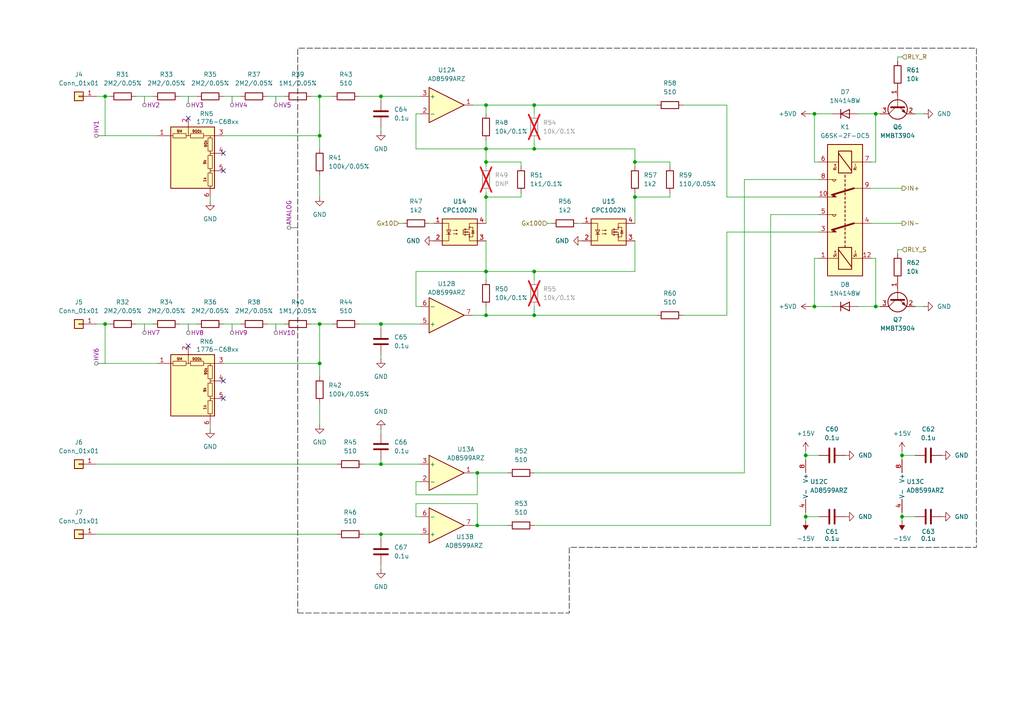
<source format=kicad_sch>
(kicad_sch (version 20250114) (generator "eeschema") (generator_version "9.0")
  (paper "A4")
  (lib_symbols
    (symbol "ADC7177B1:1776-C68xx" (pin_names (offset 0) (hide yes))
      (property "Reference" "RN" (at 5.588 9.652 0))
      (property "Value" "1776-C68xx" (at 6.096 7.62 0))
      (symbol "1776-C68xx_0_1"
        (rectangle (start -6.35 6.35) (end 6.35 -11.43) (stroke (width 0.254)) (fill (type background)))
      )
      (symbol "1776-C68xx_1_1"
        (polyline (pts (xy -7.62 3.81) (xy -6.35 3.81)))
        (polyline (pts (xy -6.35 3.81) (xy -5.715 3.81)))
        (rectangle (start -5.715 4.445) (end -1.905 3.175))
        (polyline (pts (xy -1.905 3.81) (xy -0.635 3.81)))
        (polyline (pts (xy -1.27 7.62) (xy -1.27 6.35)))
        (polyline (pts (xy -1.27 6.35) (xy -1.27 3.81)))
        (rectangle (start -0.635 4.445) (end 3.175 3.175))
        (polyline (pts (xy 3.175 3.81) (xy 4.445 3.81)))
        (polyline (pts (xy 4.445 3.81) (xy 7.62 3.81)))
        (rectangle (start 4.445 3.175) (end 5.715 -0.635))
        (rectangle (start 4.445 -1.905) (end 5.715 -5.715))
        (rectangle (start 4.445 -6.985) (end 5.715 -10.795))
        (polyline (pts (xy 5.08 3.81) (xy 5.08 3.175)))
        (polyline (pts (xy 5.08 -0.635) (xy 5.08 -1.905)))
        (polyline (pts (xy 5.08 -5.715) (xy 5.08 -6.35) (xy 5.08 -6.985)))
        (polyline (pts (xy 5.08 -11.43) (xy 5.08 -10.795)))
        (polyline (pts (xy 5.08 -12.7) (xy 5.08 -11.43)))
        (polyline (pts (xy 7.62 -1.27) (xy 5.08 -1.27)))
        (polyline (pts (xy 7.62 -6.35) (xy 5.08 -6.35)))
        (text "9M" (at -3.81 5.08 0) (effects (font (size 0.762 0.762))))
        (text "900k" (at 1.27 5.08 0) (effects (font (size 0.762 0.762))))
        (text "9k" (at 3.556 -3.81 900) (effects (font (size 0.762 0.762))))
        (text "1k" (at 3.556 -8.89 900) (effects (font (size 0.762 0.762))))
        (text "90k" (at 3.81 1.524 900) (effects (font (size 0.762 0.762))))
        (pin passive line (at -10.16 3.81 0) (length 2.54) (name "common") (number "1"))
        (pin passive line (at -1.27 8.89 270) (length 1.27) (name "R1") (number "2"))
        (pin passive line (at 5.08 -13.97 90) (length 1.27) (name "R5") (number "6"))
        (pin passive line (at 8.89 3.81 180) (length 1.27) (name "R2") (number "3"))
        (pin passive line (at 8.89 -1.27 180) (length 1.27) (name "R3") (number "4"))
        (pin passive line (at 8.89 -6.35 180) (length 1.27) (name "R4") (number "5"))
      )
    )
    (symbol "ADC7177B1:AD8599ARZ" (pin_names (offset 0.127))
      (property "Reference" "U" (at 0 5.08 0))
      (property "Value" "AD8599ARZ" (at 0 -5.08 0))
      (symbol "AD8599ARZ_1_1"
        (polyline (pts (xy -5.08 5.08) (xy 5.08 0) (xy -5.08 -5.08) (xy -5.08 5.08)) (stroke (width 0.254)) (fill (type background)))
        (pin input line (at -7.62 2.54 0) (length 2.54) (name "+") (number "3"))
        (pin input line (at -7.62 -2.54 0) (length 2.54) (name "-") (number "2"))
        (pin output line (at 7.62 0 180) (length 2.54) (name "~") (number "1"))
      )
      (symbol "AD8599ARZ_2_1"
        (polyline (pts (xy -5.08 5.08) (xy 5.08 0) (xy -5.08 -5.08) (xy -5.08 5.08)) (stroke (width 0.254)) (fill (type background)))
        (pin input line (at -7.62 2.54 0) (length 2.54) (name "+") (number "5"))
        (pin input line (at -7.62 -2.54 0) (length 2.54) (name "-") (number "6"))
        (pin output line (at 7.62 0 180) (length 2.54) (name "~") (number "7"))
      )
      (symbol "AD8599ARZ_3_1"
        (pin power_in line (at -2.54 7.62 270) (length 3.81) (name "V+") (number "8"))
        (pin power_in line (at -2.54 -7.62 90) (length 3.81) (name "V-") (number "4"))
      )
    )
    (symbol "Connector_Generic:Conn_01x01" (pin_names (offset 1.016) (hide yes))
      (property "Reference" "J" (at 0 2.54 0))
      (property "Value" "Conn_01x01" (at 0 -2.54 0))
      (symbol "Conn_01x01_1_1"
        (rectangle (start -1.27 1.27) (end 1.27 -1.27) (stroke (width 0.254)) (fill (type background)))
        (rectangle (start -1.27 0.127) (end 0 -0.127) (stroke (width 0.1524)))
        (pin passive line (at -5.08 0 0) (length 3.81) (name "Pin_1") (number "1"))
      )
    )
    (symbol "Device:C" (pin_numbers (hide yes)) (pin_names (offset 0.254))
      (property "Reference" "C" (at 0.635 2.54 0))
      (property "Value" "C" (at 0.635 -2.54 0))
      (symbol "C_0_1"
        (polyline (pts (xy -2.032 0.762) (xy 2.032 0.762)) (stroke (width 0.508)))
        (polyline (pts (xy -2.032 -0.762) (xy 2.032 -0.762)) (stroke (width 0.508)))
      )
      (symbol "C_1_1"
        (pin passive line (at 0 3.81 270) (length 2.794) (name "~") (number "1"))
        (pin passive line (at 0 -3.81 90) (length 2.794) (name "~") (number "2"))
      )
    )
    (symbol "Device:R" (pin_numbers (hide yes)) (pin_names (offset 0))
      (property "Reference" "R" (at 2.032 0 90))
      (property "Value" "R" (at 0 0 90))
      (symbol "R_0_1"
        (rectangle (start -1.016 -2.54) (end 1.016 2.54) (stroke (width 0.254)))
      )
      (symbol "R_1_1"
        (pin passive line (at 0 3.81 270) (length 1.27) (name "~") (number "1"))
        (pin passive line (at 0 -3.81 90) (length 1.27) (name "~") (number "2"))
      )
    )
    (symbol "Diode:1N4148W" (pin_numbers (hide yes)) (pin_names (hide yes))
      (property "Reference" "D" (at 0 2.54 0))
      (property "Value" "1N4148W" (at 0 -2.54 0))
      (symbol "1N4148W_0_1"
        (polyline (pts (xy -1.27 1.27) (xy -1.27 -1.27)) (stroke (width 0.254)))
        (polyline (pts (xy 1.27 1.27) (xy 1.27 -1.27) (xy -1.27 0) (xy 1.27 1.27)) (stroke (width 0.254)))
        (polyline (pts (xy 1.27 0) (xy -1.27 0)))
      )
      (symbol "1N4148W_1_1"
        (pin passive line (at -3.81 0 0) (length 2.54) (name "K") (number "1"))
        (pin passive line (at 3.81 0 180) (length 2.54) (name "A") (number "2"))
      )
    )
    (symbol "Relay:G6SK-2"
      (property "Reference" "K" (at 21.59 3.81 0))
      (property "Value" "G6SK-2" (at 21.59 1.27 0))
      (symbol "G6SK-2_0_0"
        (text "S:+" (at -11.303 2.921 0) (effects (font (size 0.762 0.762))))
        (text "S:-" (at -11.303 -2.921 0) (effects (font (size 0.762 0.762))))
        (text "R:+" (at 13.843 2.921 0) (effects (font (size 0.762 0.762))))
        (text "R:-" (at 13.843 -2.921 0) (effects (font (size 0.762 0.762))))
      )
      (symbol "G6SK-2_0_1"
        (rectangle (start -17.78 5.08) (end 20.32 -5.08) (stroke (width 0.254)) (fill (type background)))
        (rectangle (start -15.875 1.905) (end -9.525 -1.905) (stroke (width 0.254)))
        (polyline (pts (xy -15.24 -1.905) (xy -10.16 1.905)) (stroke (width 0.254)))
        (polyline (pts (xy -12.7 5.08) (xy -12.7 1.905)))
        (polyline (pts (xy -12.7 -5.08) (xy -12.7 -1.905)))
        (polyline (pts (xy -9.525 0) (xy -8.89 0)) (stroke (width 0.254)))
        (polyline (pts (xy -8.255 0) (xy -7.62 0)) (stroke (width 0.254)))
        (polyline (pts (xy -6.985 0) (xy -6.35 0)) (stroke (width 0.254)))
        (polyline (pts (xy -5.715 0) (xy -5.08 0)) (stroke (width 0.254)))
        (polyline (pts (xy -5.08 5.08) (xy -5.08 2.54) (xy -4.445 3.175) (xy -5.08 3.81)) (fill (type outline)))
        (polyline (pts (xy -4.445 0) (xy -3.81 0)) (stroke (width 0.254)))
        (polyline (pts (xy -3.175 0) (xy -2.54 0)) (stroke (width 0.254)))
        (polyline (pts (xy -2.54 -2.54) (xy -4.445 3.81)) (stroke (width 0.508)))
        (polyline (pts (xy -2.54 -2.54) (xy -2.54 -5.08)))
        (polyline (pts (xy -1.905 0) (xy -1.27 0)) (stroke (width 0.254)))
        (polyline (pts (xy -0.635 0) (xy 0 0)) (stroke (width 0.254)))
        (polyline (pts (xy 0 5.08) (xy 0 2.54) (xy -0.635 3.175) (xy 0 3.81)))
        (polyline (pts (xy 0.635 0) (xy 1.27 0)) (stroke (width 0.254)))
        (polyline (pts (xy 1.905 0) (xy 2.54 0)) (stroke (width 0.254)))
        (polyline (pts (xy 3.175 0) (xy 3.81 0)) (stroke (width 0.254)))
        (polyline (pts (xy 4.445 0) (xy 5.08 0)) (stroke (width 0.254)))
        (polyline (pts (xy 5.08 5.08) (xy 5.08 2.54) (xy 5.715 3.175) (xy 5.08 3.81)) (fill (type outline)))
        (polyline (pts (xy 5.715 0) (xy 6.35 0)) (stroke (width 0.254)))
        (polyline (pts (xy 6.985 0) (xy 7.62 0)) (stroke (width 0.254)))
        (polyline (pts (xy 7.62 -2.54) (xy 5.715 3.81)) (stroke (width 0.508)))
        (polyline (pts (xy 7.62 -2.54) (xy 7.62 -5.08)))
        (polyline (pts (xy 8.255 0) (xy 8.89 0)) (stroke (width 0.254)))
        (polyline (pts (xy 9.525 0) (xy 10.16 0)) (stroke (width 0.254)))
        (polyline (pts (xy 10.16 5.08) (xy 10.16 2.54) (xy 9.525 3.175) (xy 10.16 3.81)))
        (polyline (pts (xy 10.795 0) (xy 11.43 0)) (stroke (width 0.254)))
        (rectangle (start 12.065 1.905) (end 18.415 -1.905) (stroke (width 0.254)))
        (polyline (pts (xy 12.7 -1.905) (xy 17.78 1.905)) (stroke (width 0.254)))
        (polyline (pts (xy 15.24 5.08) (xy 15.24 1.905)))
        (polyline (pts (xy 15.24 -5.08) (xy 15.24 -1.905)))
      )
      (symbol "G6SK-2_1_1"
        (pin passive line (at -12.7 7.62 270) (length 2.54) (name "~") (number "1"))
        (pin passive line (at -12.7 -7.62 90) (length 2.54) (name "~") (number "12"))
        (pin passive line (at -5.08 7.62 270) (length 2.54) (name "~") (number "3"))
        (pin passive line (at -2.54 -7.62 90) (length 2.54) (name "~") (number "4"))
        (pin passive line (at 0 7.62 270) (length 2.54) (name "~") (number "5"))
        (pin passive line (at 5.08 7.62 270) (length 2.54) (name "~") (number "10"))
        (pin passive line (at 7.62 -7.62 90) (length 2.54) (name "~") (number "9"))
        (pin passive line (at 10.16 7.62 270) (length 2.54) (name "~") (number "8"))
        (pin passive line (at 15.24 7.62 270) (length 2.54) (name "~") (number "6"))
        (pin passive line (at 15.24 -7.62 90) (length 2.54) (name "~") (number "7"))
      )
    )
    (symbol "Relay_SolidState:CPC1002N"
      (property "Reference" "U" (at -5.08 5.08 0))
      (property "Value" "CPC1002N" (at 0 5.08 0))
      (symbol "CPC1002N_0_1"
        (rectangle (start -5.08 3.81) (end 5.08 -3.81) (stroke (width 0.254)) (fill (type background)))
        (polyline (pts (xy -5.08 2.54) (xy -3.175 2.54) (xy -3.175 -2.54) (xy -5.08 -2.54)))
        (polyline (pts (xy -3.81 -0.635) (xy -2.54 -0.635)))
        (polyline (pts (xy -3.175 -0.635) (xy -3.81 0.635) (xy -2.54 0.635) (xy -3.175 -0.635)))
        (polyline (pts (xy -1.905 0.508) (xy -0.635 0.508) (xy -1.016 0.381) (xy -1.016 0.635) (xy -0.635 0.508)))
        (polyline (pts (xy -1.905 -0.508) (xy -0.635 -0.508) (xy -1.016 -0.635) (xy -1.016 -0.381) (xy -0.635 -0.508)))
        (polyline (pts (xy 1.016 0.762) (xy 1.016 -0.762)) (stroke (width 0.2032)))
        (polyline (pts (xy 1.524 0.889) (xy 1.524 0.635) (xy 1.524 0.635)) (stroke (width 0.3556)))
        (polyline (pts (xy 1.524 0.762) (xy 2.794 0.762) (xy 2.794 2.54) (xy 5.08 2.54)))
        (polyline (pts (xy 1.524 0.127) (xy 1.524 -0.127) (xy 1.524 -0.127)) (stroke (width 0.3556)))
        (polyline (pts (xy 1.524 0) (xy 2.794 0) (xy 2.794 -2.54) (xy 5.08 -2.54)))
        (polyline (pts (xy 1.524 -0.635) (xy 1.524 -0.889) (xy 1.524 -0.889)) (stroke (width 0.3556)))
        (polyline (pts (xy 1.524 -0.762) (xy 2.794 -0.762)))
        (polyline (pts (xy 1.778 0) (xy 2.286 0.127) (xy 2.286 -0.127) (xy 1.778 0)))
        (circle (center 2.794 1.397) (radius 0.127))
        (circle (center 2.794 -0.762) (radius 0.127))
        (polyline (pts (xy 2.794 -1.397) (xy 3.81 -1.397) (xy 3.81 1.397) (xy 2.794 1.397)))
        (circle (center 2.794 -1.397) (radius 0.127))
        (polyline (pts (xy 3.429 0.381) (xy 4.191 0.381)))
        (polyline (pts (xy 3.81 0.381) (xy 3.429 -0.381) (xy 4.191 -0.381) (xy 3.81 0.381)))
      )
      (symbol "CPC1002N_1_1"
        (pin passive line (at -7.62 2.54 0) (length 2.54) (name "~") (number "1"))
        (pin passive line (at -7.62 -2.54 0) (length 2.54) (name "~") (number "2"))
        (pin passive line (at 7.62 2.54 180) (length 2.54) (name "~") (number "4"))
        (pin passive line (at 7.62 -2.54 180) (length 2.54) (name "~") (number "3"))
      )
    )
    (symbol "Transistor_BJT:MMBT3904" (pin_names (offset 0) (hide yes))
      (property "Reference" "Q" (at 5.08 1.905 0))
      (property "Value" "MMBT3904" (at 5.08 0 0))
      (symbol "MMBT3904_0_1"
        (polyline (pts (xy -2.54 0) (xy 0.635 0)))
        (polyline (pts (xy 0.635 1.905) (xy 0.635 -1.905)) (stroke (width 0.508)))
        (circle (center 1.27 0) (radius 2.8194) (stroke (width 0.254)))
      )
      (symbol "MMBT3904_1_1"
        (polyline (pts (xy 0.635 0.635) (xy 2.54 2.54)))
        (polyline (pts (xy 0.635 -0.635) (xy 2.54 -2.54)))
        (polyline (pts (xy 1.27 -1.778) (xy 1.778 -1.27) (xy 2.286 -2.286) (xy 1.27 -1.778)) (fill (type outline)))
        (pin input line (at -5.08 0 0) (length 2.54) (name "B") (number "1"))
        (pin passive line (at 2.54 5.08 270) (length 2.54) (name "C") (number "3"))
        (pin passive line (at 2.54 -5.08 90) (length 2.54) (name "E") (number "2"))
      )
    )
    (symbol "power:+15V" (power) (pin_numbers (hide yes)) (pin_names (offset 0) (hide yes))
      (property "Value" "+15V" (at 0 3.556 0))
      (symbol "+15V_0_1"
        (polyline (pts (xy -0.762 1.27) (xy 0 2.54)))
        (polyline (pts (xy 0 2.54) (xy 0.762 1.27)))
        (polyline (pts (xy 0 0) (xy 0 2.54)))
      )
      (symbol "+15V_1_1"
        (pin power_in line (at 0 0 90) (length 0) (name "~") (number "1"))
      )
    )
    (symbol "power:+5VD" (power) (pin_numbers (hide yes)) (pin_names (offset 0) (hide yes))
      (property "Value" "+5VD" (at 0 3.556 0))
      (symbol "+5VD_0_1"
        (polyline (pts (xy -0.762 1.27) (xy 0 2.54)))
        (polyline (pts (xy 0 2.54) (xy 0.762 1.27)))
        (polyline (pts (xy 0 0) (xy 0 2.54)))
      )
      (symbol "+5VD_1_1"
        (pin power_in line (at 0 0 90) (length 0) (name "~") (number "1"))
      )
    )
    (symbol "power:-15V" (power) (pin_numbers (hide yes)) (pin_names (offset 0) (hide yes))
      (property "Value" "-15V" (at 0 3.556 0))
      (symbol "-15V_0_0"
        (pin power_in line (at 0 0 90) (length 0) (name "~") (number "1"))
      )
      (symbol "-15V_0_1"
        (polyline (pts (xy 0 0) (xy 0 1.27) (xy 0.762 1.27) (xy 0 2.54) (xy -0.762 1.27) (xy 0 1.27)) (fill (type outline)))
      )
    )
    (symbol "power:GND" (power) (pin_numbers (hide yes)) (pin_names (offset 0) (hide yes))
      (property "Value" "GND" (at 0 -3.81 0))
      (symbol "GND_0_1"
        (polyline (pts (xy 0 0) (xy 0 -1.27) (xy 1.27 -1.27) (xy 0 -2.54) (xy -1.27 -1.27) (xy 0 -1.27)))
      )
      (symbol "GND_1_1"
        (pin power_in line (at 0 0 270) (length 0) (name "~") (number "1"))
      )
    )
  )
  (junction (at 92.71 27.94))
  (junction (at 233.68 149.86))
  (junction (at 140.97 78.74))
  (junction (at 92.71 39.37))
  (junction (at 92.71 93.98))
  (junction (at 236.22 33.02))
  (junction (at 110.49 134.62))
  (junction (at 110.49 154.94))
  (junction (at 154.94 30.48))
  (junction (at 184.15 46.99))
  (junction (at 236.22 88.9))
  (junction (at 92.71 105.41))
  (junction (at 254 88.9))
  (junction (at 261.62 149.86))
  (junction (at 154.94 43.18))
  (junction (at 30.48 93.98))
  (junction (at 184.15 57.15))
  (junction (at 233.68 132.08))
  (junction (at 140.97 30.48))
  (junction (at 140.97 46.99))
  (junction (at 110.49 93.98))
  (junction (at 254 33.02))
  (junction (at 138.43 152.4))
  (junction (at 138.43 137.16))
  (junction (at 154.94 91.44))
  (junction (at 140.97 57.15))
  (junction (at 261.62 132.08))
  (junction (at 154.94 78.74))
  (junction (at 30.48 27.94))
  (junction (at 140.97 43.18))
  (junction (at 140.97 91.44))
  (junction (at 110.49 27.94))
  (no_connect (at 54.61 34.29))
  (no_connect (at 64.77 49.53))
  (no_connect (at 64.77 110.49))
  (no_connect (at 64.77 44.45))
  (no_connect (at 54.61 100.33))
  (no_connect (at 64.77 115.57))
  (wire (pts (xy 151.13 48.26) (xy 151.13 46.99)))
  (wire (pts (xy 90.17 93.98) (xy 92.71 93.98)))
  (wire (pts (xy 137.16 91.44) (xy 140.97 91.44)))
  (wire (pts (xy 77.47 93.98) (xy 82.55 93.98)))
  (wire (pts (xy 236.22 33.02) (xy 236.22 46.99)))
  (wire (pts (xy 30.48 27.94) (xy 30.48 39.37)))
  (wire (pts (xy 27.94 154.94) (xy 97.79 154.94)))
  (wire (pts (xy 154.94 30.48) (xy 190.5 30.48)))
  (wire (pts (xy 52.07 93.98) (xy 57.15 93.98)))
  (wire (pts (xy 140.97 55.88) (xy 140.97 57.15)))
  (wire (pts (xy 151.13 46.99) (xy 140.97 46.99)))
  (wire (pts (xy 92.71 27.94) (xy 92.71 39.37)))
  (wire (pts (xy 60.96 57.15) (xy 60.96 58.42)))
  (wire (pts (xy 154.94 43.18) (xy 184.15 43.18)))
  (wire (pts (xy 198.12 30.48) (xy 210.82 30.48)))
  (wire (pts (xy 110.49 124.46) (xy 110.49 125.73)))
  (wire (pts (xy 210.82 30.48) (xy 210.82 57.15)))
  (wire (pts (xy 261.62 132.08) (xy 261.62 133.35)))
  (wire (pts (xy 184.15 46.99) (xy 194.31 46.99)))
  (wire (pts (xy 233.68 130.81) (xy 233.68 132.08)))
  (wire (pts (xy 137.16 30.48) (xy 140.97 30.48)))
  (wire (pts (xy 233.68 149.86) (xy 237.49 149.86)))
  (wire (pts (xy 140.97 33.02) (xy 140.97 30.48)))
  (wire (pts (xy 223.52 62.23) (xy 237.49 62.23)))
  (wire (pts (xy 167.64 64.77) (xy 168.91 64.77)))
  (wire (pts (xy 110.49 27.94) (xy 121.92 27.94)))
  (wire (pts (xy 77.47 27.94) (xy 82.55 27.94)))
  (wire (pts (xy 30.48 27.94) (xy 31.75 27.94)))
  (wire (pts (xy 184.15 46.99) (xy 184.15 48.26)))
  (wire (pts (xy 30.48 93.98) (xy 31.75 93.98)))
  (wire (pts (xy 194.31 48.26) (xy 194.31 46.99)))
  (wire (pts (xy 252.73 46.99) (xy 254 46.99)))
  (wire (pts (xy 92.71 116.84) (xy 92.71 123.19)))
  (wire (pts (xy 248.92 88.9) (xy 254 88.9)))
  (wire (pts (xy 154.94 40.64) (xy 154.94 43.18)))
  (wire (pts (xy 236.22 46.99) (xy 237.49 46.99)))
  (wire (pts (xy 120.65 43.18) (xy 120.65 33.02)))
  (wire (pts (xy 234.95 33.02) (xy 236.22 33.02)))
  (wire (pts (xy 120.65 33.02) (xy 121.92 33.02)))
  (wire (pts (xy 198.12 91.44) (xy 210.82 91.44)))
  (wire (pts (xy 158.75 64.77) (xy 160.02 64.77)))
  (wire (pts (xy 140.97 43.18) (xy 140.97 46.99)))
  (wire (pts (xy 254 33.02) (xy 255.27 33.02)))
  (wire (pts (xy 30.48 39.37) (xy 45.72 39.37)))
  (wire (pts (xy 260.35 16.51) (xy 260.35 17.78)))
  (wire (pts (xy 92.71 27.94) (xy 96.52 27.94)))
  (wire (pts (xy 64.77 27.94) (xy 69.85 27.94)))
  (wire (pts (xy 252.73 54.61) (xy 261.62 54.61)))
  (wire (pts (xy 92.71 50.8) (xy 92.71 57.15)))
  (wire (pts (xy 64.77 93.98) (xy 69.85 93.98)))
  (wire (pts (xy 254 74.93) (xy 254 88.9)))
  (wire (pts (xy 110.49 134.62) (xy 121.92 134.62)))
  (wire (pts (xy 260.35 72.39) (xy 260.35 73.66)))
  (wire (pts (xy 92.71 93.98) (xy 92.71 105.41)))
  (wire (pts (xy 120.65 139.7) (xy 120.65 143.51)))
  (wire (pts (xy 30.48 93.98) (xy 30.48 105.41)))
  (wire (pts (xy 104.14 27.94) (xy 110.49 27.94)))
  (wire (pts (xy 140.97 78.74) (xy 140.97 81.28)))
  (wire (pts (xy 210.82 67.31) (xy 210.82 91.44)))
  (wire (pts (xy 138.43 152.4) (xy 147.32 152.4)))
  (wire (pts (xy 265.43 88.9) (xy 267.97 88.9)))
  (wire (pts (xy 252.73 74.93) (xy 254 74.93)))
  (wire (pts (xy 154.94 91.44) (xy 190.5 91.44)))
  (wire (pts (xy 210.82 57.15) (xy 237.49 57.15)))
  (wire (pts (xy 115.57 64.77) (xy 116.84 64.77)))
  (wire (pts (xy 154.94 137.16) (xy 215.9 137.16)))
  (wire (pts (xy 110.49 93.98) (xy 121.92 93.98)))
  (wire (pts (xy 30.48 105.41) (xy 45.72 105.41)))
  (wire (pts (xy 151.13 57.15) (xy 151.13 55.88)))
  (wire (pts (xy 110.49 154.94) (xy 110.49 156.21)))
  (wire (pts (xy 236.22 88.9) (xy 241.3 88.9)))
  (wire (pts (xy 260.35 72.39) (xy 261.62 72.39)))
  (wire (pts (xy 261.62 132.08) (xy 265.43 132.08)))
  (wire (pts (xy 140.97 91.44) (xy 154.94 91.44)))
  (wire (pts (xy 39.37 27.94) (xy 44.45 27.94)))
  (wire (pts (xy 138.43 152.4) (xy 138.43 146.05)))
  (wire (pts (xy 27.94 27.94) (xy 30.48 27.94)))
  (wire (pts (xy 137.16 137.16) (xy 138.43 137.16)))
  (wire (pts (xy 154.94 91.44) (xy 154.94 88.9)))
  (wire (pts (xy 120.65 88.9) (xy 121.92 88.9)))
  (wire (pts (xy 261.62 149.86) (xy 265.43 149.86)))
  (wire (pts (xy 254 88.9) (xy 255.27 88.9)))
  (wire (pts (xy 215.9 52.07) (xy 237.49 52.07)))
  (wire (pts (xy 210.82 67.31) (xy 237.49 67.31)))
  (wire (pts (xy 154.94 81.28) (xy 154.94 78.74)))
  (wire (pts (xy 27.94 134.62) (xy 97.79 134.62)))
  (wire (pts (xy 120.65 143.51) (xy 138.43 143.51)))
  (wire (pts (xy 92.71 39.37) (xy 92.71 43.18)))
  (wire (pts (xy 138.43 137.16) (xy 147.32 137.16)))
  (wire (pts (xy 120.65 149.86) (xy 121.92 149.86)))
  (wire (pts (xy 140.97 43.18) (xy 140.97 40.64)))
  (wire (pts (xy 154.94 30.48) (xy 154.94 33.02)))
  (wire (pts (xy 140.97 88.9) (xy 140.97 91.44)))
  (wire (pts (xy 120.65 149.86) (xy 120.65 146.05)))
  (wire (pts (xy 184.15 55.88) (xy 184.15 57.15)))
  (wire (pts (xy 105.41 134.62) (xy 110.49 134.62)))
  (wire (pts (xy 27.94 93.98) (xy 30.48 93.98)))
  (wire (pts (xy 223.52 62.23) (xy 223.52 152.4)))
  (wire (pts (xy 234.95 88.9) (xy 236.22 88.9)))
  (wire (pts (xy 120.65 139.7) (xy 121.92 139.7)))
  (wire (pts (xy 92.71 105.41) (xy 92.71 109.22)))
  (wire (pts (xy 120.65 146.05) (xy 138.43 146.05)))
  (wire (pts (xy 104.14 93.98) (xy 110.49 93.98)))
  (wire (pts (xy 52.07 27.94) (xy 57.15 27.94)))
  (wire (pts (xy 110.49 163.83) (xy 110.49 165.1)))
  (wire (pts (xy 215.9 52.07) (xy 215.9 137.16)))
  (wire (pts (xy 233.68 132.08) (xy 237.49 132.08)))
  (wire (pts (xy 140.97 57.15) (xy 151.13 57.15)))
  (wire (pts (xy 110.49 102.87) (xy 110.49 104.14)))
  (wire (pts (xy 64.77 105.41) (xy 92.71 105.41)))
  (wire (pts (xy 194.31 57.15) (xy 194.31 55.88)))
  (wire (pts (xy 248.92 33.02) (xy 254 33.02)))
  (wire (pts (xy 110.49 133.35) (xy 110.49 134.62)))
  (wire (pts (xy 64.77 39.37) (xy 92.71 39.37)))
  (wire (pts (xy 265.43 33.02) (xy 267.97 33.02)))
  (wire (pts (xy 110.49 36.83) (xy 110.49 38.1)))
  (wire (pts (xy 233.68 132.08) (xy 233.68 133.35)))
  (wire (pts (xy 236.22 33.02) (xy 241.3 33.02)))
  (wire (pts (xy 261.62 151.13) (xy 261.62 149.86)))
  (wire (pts (xy 261.62 130.81) (xy 261.62 132.08)))
  (wire (pts (xy 138.43 137.16) (xy 138.43 143.51)))
  (wire (pts (xy 110.49 27.94) (xy 110.49 29.21)))
  (wire (pts (xy 137.16 152.4) (xy 138.43 152.4)))
  (wire (pts (xy 140.97 78.74) (xy 154.94 78.74)))
  (wire (pts (xy 184.15 69.85) (xy 184.15 78.74)))
  (wire (pts (xy 124.46 64.77) (xy 125.73 64.77)))
  (wire (pts (xy 184.15 57.15) (xy 194.31 57.15)))
  (wire (pts (xy 92.71 93.98) (xy 96.52 93.98)))
  (wire (pts (xy 105.41 154.94) (xy 110.49 154.94)))
  (wire (pts (xy 110.49 154.94) (xy 121.92 154.94)))
  (wire (pts (xy 254 33.02) (xy 254 46.99)))
  (wire (pts (xy 39.37 93.98) (xy 44.45 93.98)))
  (wire (pts (xy 260.35 16.51) (xy 261.62 16.51)))
  (wire (pts (xy 140.97 43.18) (xy 120.65 43.18)))
  (wire (pts (xy 140.97 46.99) (xy 140.97 48.26)))
  (wire (pts (xy 140.97 69.85) (xy 140.97 78.74)))
  (wire (pts (xy 236.22 74.93) (xy 236.22 88.9)))
  (wire (pts (xy 60.96 123.19) (xy 60.96 124.46)))
  (wire (pts (xy 184.15 46.99) (xy 184.15 43.18)))
  (wire (pts (xy 154.94 78.74) (xy 184.15 78.74)))
  (wire (pts (xy 233.68 151.13) (xy 233.68 149.86)))
  (wire (pts (xy 140.97 57.15) (xy 140.97 64.77)))
  (wire (pts (xy 252.73 64.77) (xy 261.62 64.77)))
  (wire (pts (xy 184.15 57.15) (xy 184.15 64.77)))
  (wire (pts (xy 120.65 78.74) (xy 120.65 88.9)))
  (wire (pts (xy 261.62 149.86) (xy 261.62 148.59)))
  (wire (pts (xy 233.68 149.86) (xy 233.68 148.59)))
  (wire (pts (xy 140.97 30.48) (xy 154.94 30.48)))
  (wire (pts (xy 140.97 78.74) (xy 120.65 78.74)))
  (wire (pts (xy 154.94 152.4) (xy 223.52 152.4)))
  (wire (pts (xy 110.49 93.98) (xy 110.49 95.25)))
  (wire (pts (xy 236.22 74.93) (xy 237.49 74.93)))
  (wire (pts (xy 140.97 43.18) (xy 154.94 43.18)))
  (wire (pts (xy 90.17 27.94) (xy 92.71 27.94)))
  (hierarchical_label "IN-" (shape output) (at 261.62 64.77 0))
  (hierarchical_label "Gx100" (shape input) (at 158.75 64.77 180))
  (hierarchical_label "Gx10" (shape input) (at 115.57 64.77 180))
  (hierarchical_label "RLY_S" (shape input) (at 261.62 72.39 0))
  (hierarchical_label "IN+" (shape output) (at 261.62 54.61 0))
  (hierarchical_label "RLY_R" (shape input) (at 261.62 16.51 0))
  (rule_area (polyline (pts (xy 86.36 177.8) (xy 165.1 177.8) (xy 165.1 158.75) (xy 283.21 158.75) (xy 283.21 13.97) (xy 86.36 13.97)) (stroke (width 0) (type dash) (color 0 0 0 1))))
  (netclass_flag "" (length 2.54) (shape round) (at 86.36 66.04 90) (property "Netclass" "ANALOG" (at 83.82 65.3415 90) (effects (justify left))))
  (netclass_flag "" (length 2.54) (shape round) (at 54.61 27.94 180) (property "Netclass" "HV3" (at 55.3085 30.48 0) (effects (justify left))))
  (netclass_flag "" (length 2.54) (shape round) (at 30.48 39.37 90) (property "Netclass" "HV1" (at 27.94 38.6715 90) (effects (justify left))))
  (netclass_flag "" (length 2.54) (shape round) (at 30.48 105.41 90) (property "Netclass" "HV6" (at 27.94 104.7115 90) (effects (justify left))))
  (netclass_flag "" (length 2.54) (shape round) (at 67.31 27.94 180) (property "Netclass" "HV4" (at 68.0085 30.48 0) (effects (justify left))))
  (netclass_flag "" (length 2.54) (shape round) (at 54.61 93.98 180) (property "Netclass" "HV8" (at 55.3085 96.52 0) (effects (justify left))))
  (netclass_flag "" (length 2.54) (shape round) (at 41.91 27.94 180) (property "Netclass" "HV2" (at 42.6085 30.48 0) (effects (justify left))))
  (netclass_flag "" (length 2.54) (shape round) (at 80.01 93.98 180) (property "Netclass" "HV10" (at 80.7085 96.52 0) (effects (justify left))))
  (netclass_flag "" (length 2.54) (shape round) (at 80.01 27.94 180) (property "Netclass" "HV5" (at 80.7085 30.48 0) (effects (justify left))))
  (netclass_flag "" (length 2.54) (shape round) (at 67.31 93.98 180) (property "Netclass" "HV9" (at 68.0085 96.52 0) (effects (justify left))))
  (netclass_flag "" (length 2.54) (shape round) (at 41.91 93.98 180) (property "Netclass" "HV7" (at 42.6085 96.52 0) (effects (justify left))))
  (symbol (lib_id "Device:C") (at 110.49 99.06 180) (unit 1)
    (property "Reference" "C65" (at 114.3 97.7899 0) (effects (justify right)))
    (property "Value" "0.1u" (at 114.3 100.3299 0) (effects (justify right)))
    (property "Footprint" "Capacitor_SMD:C_0603_1608Metric_Pad1.08x0.95mm_HandSolder" (effects (hide yes)))
    (property "Description" "Unpolarized capacitor" (effects (hide yes)))
  )
  (symbol (lib_id "ADC7177B1:AD8599ARZ") (at 129.54 91.44 0) (mirror x) (unit 2)
    (property "Reference" "U12" (at 129.54 82.296 0))
    (property "Value" "AD8599ARZ" (at 129.54 84.836 0))
    (property "Footprint" "Package_SO:SOIC-8_3.9x4.9mm_P1.27mm" (effects (hide yes)))
    (property "Datasheet" "https://www.analog.com/media/en/technical-documentation/data-sheets/AD8597_8599.pdf" (effects (hide yes)))
    (property "Description" "Single and Dual, Ultralow Distortion, Ultralow Noise Op Amps" (effects (hide yes)))
  )
  (symbol (lib_id "power:GND") (at 245.11 149.86 90) (unit 1)
    (property "Reference" "#PWR0112" (effects (hide yes)))
    (property "Value" "GND" (at 248.92 149.8599 90) (effects (justify right)))
    (property "Description" "Power symbol creates a global label with name \"GND\" , ground" (effects (hide yes)))
  )
  (symbol (lib_id "Device:R") (at 86.36 93.98 90) (unit 1)
    (property "Reference" "R40" (at 86.36 87.63 90))
    (property "Value" "1M1/0.05%" (at 86.36 90.17 90))
    (property "Footprint" "Resistor_SMD:R_1206_3216Metric_Pad1.30x1.75mm_HandSolder" (effects (hide yes)))
    (property "Description" "Resistor" (effects (hide yes)))
  )
  (symbol (lib_id "power:-15V") (at 233.68 151.13 180) (unit 1)
    (property "Reference" "#PWR0110" (effects (hide yes)))
    (property "Value" "-15V" (at 233.68 156.21 0))
    (property "Description" "Power symbol creates a global label with name \"-15V\"" (effects (hide yes)))
  )
  (symbol (lib_id "ADC7177B1:AD8599ARZ") (at 264.16 140.97 0) (unit 3)
    (property "Reference" "U13" (at 262.89 139.6999 0) (effects (justify left)))
    (property "Value" "AD8599ARZ" (at 262.89 142.2399 0) (effects (justify left)))
    (property "Footprint" "Package_SO:SOIC-8_3.9x4.9mm_P1.27mm" (effects (hide yes)))
    (property "Datasheet" "https://www.analog.com/media/en/technical-documentation/data-sheets/AD8597_8599.pdf" (effects (hide yes)))
    (property "Description" "Single and Dual, Ultralow Distortion, Ultralow Noise Op Amps" (effects (hide yes)))
  )
  (symbol (lib_id "power:GND") (at 125.73 69.85 270) (unit 1)
    (property "Reference" "#PWR0125" (effects (hide yes)))
    (property "Value" "GND" (at 121.92 69.8499 90) (effects (justify right)))
    (property "Description" "Power symbol creates a global label with name \"GND\" , ground" (effects (hide yes)))
  )
  (symbol (lib_id "Device:R") (at 194.31 52.07 0) (unit 1)
    (property "Reference" "R59" (at 196.85 50.7999 0) (effects (justify left)))
    (property "Value" "110/0.05%" (at 196.85 53.3399 0) (effects (justify left)))
    (property "Footprint" "Resistor_SMD:R_0603_1608Metric_Pad0.98x0.95mm_HandSolder" (effects (hide yes)))
    (property "Description" "Resistor" (effects (hide yes)))
  )
  (symbol (lib_id "Device:R") (at 120.65 64.77 90) (unit 1)
    (property "Reference" "R47" (at 120.65 58.42 90))
    (property "Value" "1k2" (at 120.65 60.96 90))
    (property "Footprint" "Resistor_SMD:R_0603_1608Metric_Pad0.98x0.95mm_HandSolder" (effects (hide yes)))
    (property "Description" "Resistor" (effects (hide yes)))
  )
  (symbol (lib_id "ADC7177B1:1776-C68xx") (at 55.88 43.18 0) (unit 1)
    (property "Reference" "RN5" (at 57.912 33.02 0) (effects (justify left)))
    (property "Value" "1776-C68xx" (at 56.896 35.306 0) (effects (justify left)))
    (property "Footprint" "ADC7177B1:1776-C68xx" (effects (hide yes)))
    (property "Datasheet" "https://www.caddock.com/online-catalog/mrktg-lit/Type1776.pdf" (effects (hide yes)))
    (property "Description" "Type 1776 Precision Decade Resistor Voltage Dividers" (effects (hide yes)))
  )
  (symbol (lib_id "Relay_SolidState:CPC1002N") (at 133.35 67.31 0) (unit 1)
    (property "Reference" "U14" (at 133.35 58.42 0))
    (property "Value" "CPC1002N" (at 133.35 60.96 0))
    (property "Footprint" "Package_SO:SOP-4_3.8x4.1mm_P2.54mm" (effects (hide yes)))
    (property "Datasheet" "http://www.ixysic.com/home/pdfs.nsf/www/CPC1002N.pdf/$file/CPC1002N.pdf" (effects (hide yes)))
    (property "Description" "Form A, Solid State Relay (Photo MOSFET) 60V, 0.7A, 0.55Ohm, SOP-4" (effects (hide yes)))
  )
  (symbol (lib_id "ADC7177B1:1776-C68xx") (at 55.88 109.22 0) (unit 1)
    (property "Reference" "RN6" (at 57.912 99.06 0) (effects (justify left)))
    (property "Value" "1776-C68xx" (at 56.896 101.346 0) (effects (justify left)))
    (property "Footprint" "ADC7177B1:1776-C68xx" (effects (hide yes)))
    (property "Datasheet" "https://www.caddock.com/online-catalog/mrktg-lit/Type1776.pdf" (effects (hide yes)))
    (property "Description" "Type 1776 Precision Decade Resistor Voltage Dividers" (effects (hide yes)))
  )
  (symbol (lib_id "ADC7177B1:AD8599ARZ") (at 236.22 140.97 0) (unit 3)
    (property "Reference" "U12" (at 234.95 139.6999 0) (effects (justify left)))
    (property "Value" "AD8599ARZ" (at 234.95 142.2399 0) (effects (justify left)))
    (property "Footprint" "Package_SO:SOIC-8_3.9x4.9mm_P1.27mm" (effects (hide yes)))
    (property "Datasheet" "https://www.analog.com/media/en/technical-documentation/data-sheets/AD8597_8599.pdf" (effects (hide yes)))
    (property "Description" "Single and Dual, Ultralow Distortion, Ultralow Noise Op Amps" (effects (hide yes)))
  )
  (symbol (lib_id "Device:R") (at 48.26 27.94 90) (unit 1)
    (property "Reference" "R33" (at 48.26 21.59 90))
    (property "Value" "2M2/0.05%" (at 48.26 24.13 90))
    (property "Footprint" "Resistor_SMD:R_1206_3216Metric_Pad1.30x1.75mm_HandSolder" (effects (hide yes)))
    (property "Description" "Resistor" (effects (hide yes)))
  )
  (symbol (lib_id "power:GND") (at 110.49 165.1 0) (unit 1)
    (property "Reference" "#PWR0124" (effects (hide yes)))
    (property "Value" "GND" (at 110.49 170.18 0))
    (property "Description" "Power symbol creates a global label with name \"GND\" , ground" (effects (hide yes)))
  )
  (symbol (lib_id "Device:R") (at 163.83 64.77 90) (unit 1)
    (property "Reference" "R56" (at 163.83 58.42 90))
    (property "Value" "1k2" (at 163.83 60.96 90))
    (property "Footprint" "Resistor_SMD:R_0603_1608Metric_Pad0.98x0.95mm_HandSolder" (effects (hide yes)))
    (property "Description" "Resistor" (effects (hide yes)))
  )
  (symbol (lib_id "power:+5VD") (at 234.95 88.9 90) (unit 1)
    (property "Reference" "#PWR0128" (effects (hide yes)))
    (property "Value" "+5VD" (at 231.14 88.8999 90) (effects (justify left)))
    (property "Description" "Power symbol creates a global label with name \"+5VD\"" (effects (hide yes)))
  )
  (symbol (lib_id "power:GND") (at 60.96 58.42 0) (unit 1)
    (property "Reference" "#PWR0113" (effects (hide yes)))
    (property "Value" "GND" (at 60.96 63.5 0))
    (property "Description" "Power symbol creates a global label with name \"GND\" , ground" (effects (hide yes)))
  )
  (symbol (lib_id "Device:C") (at 110.49 33.02 180) (unit 1)
    (property "Reference" "C64" (at 114.3 31.7499 0) (effects (justify right)))
    (property "Value" "0.1u" (at 114.3 34.2899 0) (effects (justify right)))
    (property "Footprint" "Capacitor_SMD:C_0603_1608Metric_Pad1.08x0.95mm_HandSolder" (effects (hide yes)))
    (property "Description" "Unpolarized capacitor" (effects (hide yes)))
  )
  (symbol (lib_id "Device:C") (at 241.3 132.08 90) (unit 1)
    (property "Reference" "C60" (at 241.3 124.46 90))
    (property "Value" "0.1u" (at 241.3 127 90))
    (property "Footprint" "Capacitor_SMD:C_0603_1608Metric_Pad1.08x0.95mm_HandSolder" (effects (hide yes)))
    (property "Description" "Unpolarized capacitor" (effects (hide yes)))
  )
  (symbol (lib_id "Device:R") (at 140.97 36.83 180) (unit 1)
    (property "Reference" "R48" (at 143.51 35.5599 0) (effects (justify right)))
    (property "Value" "10k/0.1%" (at 143.51 38.0999 0) (effects (justify right)))
    (property "Footprint" "Resistor_SMD:R_0603_1608Metric_Pad0.98x0.95mm_HandSolder" (effects (hide yes)))
    (property "Description" "Resistor" (effects (hide yes)))
  )
  (symbol (lib_id "Connector_Generic:Conn_01x01") (at 22.86 93.98 180) (unit 1)
    (property "Reference" "J5" (at 22.86 87.63 0))
    (property "Value" "Conn_01x01" (at 22.86 90.17 0))
    (property "Footprint" "ADC7177B1:S16N-PC" (effects (hide yes)))
    (property "Description" "Generic connector, single row, 01x01, script generated (kicad-library-utils/schlib/autogen/connector/)" (effects (hide yes)))
  )
  (symbol (lib_id "power:+15V") (at 261.62 130.81 0) (unit 1)
    (property "Reference" "#PWR0115" (effects (hide yes)))
    (property "Value" "+15V" (at 261.62 125.73 0))
    (property "Description" "Power symbol creates a global label with name \"+15V\"" (effects (hide yes)))
  )
  (symbol (lib_id "Device:R") (at 73.66 93.98 90) (unit 1)
    (property "Reference" "R38" (at 73.66 87.63 90))
    (property "Value" "2M2/0.05%" (at 73.66 90.17 90))
    (property "Footprint" "Resistor_SMD:R_1206_3216Metric_Pad1.30x1.75mm_HandSolder" (effects (hide yes)))
    (property "Description" "Resistor" (effects (hide yes)))
  )
  (symbol (lib_id "power:GND") (at 92.71 123.19 0) (unit 1)
    (property "Reference" "#PWR0120" (effects (hide yes)))
    (property "Value" "GND" (at 92.71 128.27 0))
    (property "Description" "Power symbol creates a global label with name \"GND\" , ground" (effects (hide yes)))
  )
  (symbol (lib_id "power:-15V") (at 261.62 151.13 180) (unit 1)
    (property "Reference" "#PWR0116" (effects (hide yes)))
    (property "Value" "-15V" (at 261.62 156.21 0))
    (property "Description" "Power symbol creates a global label with name \"-15V\"" (effects (hide yes)))
  )
  (symbol (lib_id "Connector_Generic:Conn_01x01") (at 22.86 154.94 180) (unit 1)
    (property "Reference" "J7" (at 22.86 148.59 0))
    (property "Value" "Conn_01x01" (at 22.86 151.13 0))
    (property "Footprint" "ADC7177B1:S16N-PC" (effects (hide yes)))
    (property "Description" "Generic connector, single row, 01x01, script generated (kicad-library-utils/schlib/autogen/connector/)" (effects (hide yes)))
  )
  (symbol (lib_id "Device:R") (at 73.66 27.94 90) (unit 1)
    (property "Reference" "R37" (at 73.66 21.59 90))
    (property "Value" "2M2/0.05%" (at 73.66 24.13 90))
    (property "Footprint" "Resistor_SMD:R_1206_3216Metric_Pad1.30x1.75mm_HandSolder" (effects (hide yes)))
    (property "Description" "Resistor" (effects (hide yes)))
  )
  (symbol (lib_id "Device:R") (at 48.26 93.98 90) (unit 1)
    (property "Reference" "R34" (at 48.26 87.63 90))
    (property "Value" "2M2/0.05%" (at 48.26 90.17 90))
    (property "Footprint" "Resistor_SMD:R_1206_3216Metric_Pad1.30x1.75mm_HandSolder" (effects (hide yes)))
    (property "Description" "Resistor" (effects (hide yes)))
  )
  (symbol (lib_id "Device:R") (at 100.33 93.98 90) (unit 1)
    (property "Reference" "R44" (at 100.33 87.63 90))
    (property "Value" "510" (at 100.33 90.17 90))
    (property "Footprint" "Resistor_SMD:R_0603_1608Metric_Pad0.98x0.95mm_HandSolder" (effects (hide yes)))
    (property "Description" "Resistor" (effects (hide yes)))
  )
  (symbol (lib_id "power:GND") (at 273.05 132.08 90) (unit 1)
    (property "Reference" "#PWR0117" (effects (hide yes)))
    (property "Value" "GND" (at 276.86 132.0799 90) (effects (justify right)))
    (property "Description" "Power symbol creates a global label with name \"GND\" , ground" (effects (hide yes)))
  )
  (symbol (lib_id "Device:R") (at 60.96 93.98 90) (unit 1)
    (property "Reference" "R36" (at 60.96 87.63 90))
    (property "Value" "2M2/0.05%" (at 60.96 90.17 90))
    (property "Footprint" "Resistor_SMD:R_1206_3216Metric_Pad1.30x1.75mm_HandSolder" (effects (hide yes)))
    (property "Description" "Resistor" (effects (hide yes)))
  )
  (symbol (lib_id "power:GND") (at 60.96 124.46 0) (unit 1)
    (property "Reference" "#PWR0114" (effects (hide yes)))
    (property "Value" "GND" (at 60.96 129.54 0))
    (property "Description" "Power symbol creates a global label with name \"GND\" , ground" (effects (hide yes)))
  )
  (symbol (lib_id "Connector_Generic:Conn_01x01") (at 22.86 134.62 180) (unit 1)
    (property "Reference" "J6" (at 22.86 128.27 0))
    (property "Value" "Conn_01x01" (at 22.86 130.81 0))
    (property "Footprint" "ADC7177B1:S16N-PC" (effects (hide yes)))
    (property "Description" "Generic connector, single row, 01x01, script generated (kicad-library-utils/schlib/autogen/connector/)" (effects (hide yes)))
  )
  (symbol (lib_id "Diode:1N4148W") (at 245.11 33.02 0) (unit 1)
    (property "Reference" "D7" (at 245.11 26.67 0))
    (property "Value" "1N4148W" (at 245.11 29.21 0))
    (property "Footprint" "Diode_SMD:D_SOD-123" (effects (hide yes)))
    (property "Datasheet" "https://www.vishay.com/docs/85748/1n4148w.pdf" (effects (hide yes)))
    (property "Description" "75V 0.15A Fast Switching Diode, SOD-123" (effects (hide yes)))
    (property "Sim.Device" "D" (effects (hide yes)))
    (property "Sim.Pins" "1=K 2=A" (effects (hide yes)))
  )
  (symbol (lib_id "Device:R") (at 154.94 85.09 0) (unit 1) (in_bom no) (dnp yes)
    (property "Reference" "R55" (at 157.48 83.8199 0) (effects (justify left)))
    (property "Value" "10k/0.1%" (at 157.48 86.3599 0) (effects (justify left)))
    (property "Footprint" "Resistor_SMD:R_0603_1608Metric_Pad0.98x0.95mm_HandSolder" (effects (hide yes)))
    (property "Description" "Resistor" (effects (hide yes)))
  )
  (symbol (lib_id "Device:R") (at 35.56 27.94 90) (unit 1)
    (property "Reference" "R31" (at 35.56 21.59 90))
    (property "Value" "2M2/0.05%" (at 35.56 24.13 90))
    (property "Footprint" "Resistor_SMD:R_1206_3216Metric_Pad1.30x1.75mm_HandSolder" (effects (hide yes)))
    (property "Description" "Resistor" (effects (hide yes)))
  )
  (symbol (lib_id "Device:C") (at 269.24 149.86 90) (mirror x) (unit 1)
    (property "Reference" "C63" (at 269.24 154.178 90))
    (property "Value" "0.1u" (at 269.24 156.21 90))
    (property "Footprint" "Capacitor_SMD:C_0603_1608Metric_Pad1.08x0.95mm_HandSolder" (effects (hide yes)))
    (property "Description" "Unpolarized capacitor" (effects (hide yes)))
  )
  (symbol (lib_id "Device:C") (at 110.49 129.54 180) (unit 1)
    (property "Reference" "C66" (at 114.3 128.2699 0) (effects (justify right)))
    (property "Value" "0.1u" (at 114.3 130.8099 0) (effects (justify right)))
    (property "Footprint" "Capacitor_SMD:C_0603_1608Metric_Pad1.08x0.95mm_HandSolder" (effects (hide yes)))
    (property "Description" "Unpolarized capacitor" (effects (hide yes)))
  )
  (symbol (lib_id "Device:R") (at 101.6 134.62 90) (unit 1)
    (property "Reference" "R45" (at 101.6 128.27 90))
    (property "Value" "510" (at 101.6 130.81 90))
    (property "Footprint" "Resistor_SMD:R_0603_1608Metric_Pad0.98x0.95mm_HandSolder" (effects (hide yes)))
    (property "Description" "Resistor" (effects (hide yes)))
  )
  (symbol (lib_id "power:GND") (at 168.91 69.85 270) (unit 1)
    (property "Reference" "#PWR0126" (effects (hide yes)))
    (property "Value" "GND" (at 165.1 69.8499 90) (effects (justify right)))
    (property "Description" "Power symbol creates a global label with name \"GND\" , ground" (effects (hide yes)))
  )
  (symbol (lib_id "Device:R") (at 92.71 113.03 180) (unit 1)
    (property "Reference" "R42" (at 95.25 111.7599 0) (effects (justify right)))
    (property "Value" "100k/0.05%" (at 95.25 114.2999 0) (effects (justify right)))
    (property "Footprint" "Resistor_SMD:R_1206_3216Metric_Pad1.30x1.75mm_HandSolder" (effects (hide yes)))
    (property "Description" "Resistor" (effects (hide yes)))
  )
  (symbol (lib_id "Device:R") (at 194.31 30.48 90) (unit 1)
    (property "Reference" "R58" (at 194.31 24.13 90))
    (property "Value" "510" (at 194.31 26.67 90))
    (property "Footprint" "Resistor_SMD:R_0603_1608Metric_Pad0.98x0.95mm_HandSolder" (effects (hide yes)))
    (property "Description" "Resistor" (effects (hide yes)))
  )
  (symbol (lib_id "power:+15V") (at 233.68 130.81 0) (unit 1)
    (property "Reference" "#PWR0109" (effects (hide yes)))
    (property "Value" "+15V" (at 233.68 125.73 0))
    (property "Description" "Power symbol creates a global label with name \"+15V\"" (effects (hide yes)))
  )
  (symbol (lib_id "Device:R") (at 86.36 27.94 90) (unit 1)
    (property "Reference" "R39" (at 86.36 21.59 90))
    (property "Value" "1M1/0.05%" (at 86.36 24.13 90))
    (property "Footprint" "Resistor_SMD:R_1206_3216Metric_Pad1.30x1.75mm_HandSolder" (effects (hide yes)))
    (property "Description" "Resistor" (effects (hide yes)))
  )
  (symbol (lib_id "power:GND") (at 92.71 57.15 0) (unit 1)
    (property "Reference" "#PWR0119" (effects (hide yes)))
    (property "Value" "GND" (at 92.71 62.23 0))
    (property "Description" "Power symbol creates a global label with name \"GND\" , ground" (effects (hide yes)))
  )
  (symbol (lib_id "Connector_Generic:Conn_01x01") (at 22.86 27.94 180) (unit 1)
    (property "Reference" "J4" (at 22.86 21.59 0))
    (property "Value" "Conn_01x01" (at 22.86 24.13 0))
    (property "Footprint" "ADC7177B1:S16N-PC" (effects (hide yes)))
    (property "Description" "Generic connector, single row, 01x01, script generated (kicad-library-utils/schlib/autogen/connector/)" (effects (hide yes)))
  )
  (symbol (lib_id "ADC7177B1:AD8599ARZ") (at 129.54 30.48 0) (unit 1)
    (property "Reference" "U12" (at 129.54 20.32 0))
    (property "Value" "AD8599ARZ" (at 129.54 22.86 0))
    (property "Footprint" "Package_SO:SOIC-8_3.9x4.9mm_P1.27mm" (effects (hide yes)))
    (property "Datasheet" "https://www.analog.com/media/en/technical-documentation/data-sheets/AD8597_8599.pdf" (effects (hide yes)))
    (property "Description" "Single and Dual, Ultralow Distortion, Ultralow Noise Op Amps" (effects (hide yes)))
  )
  (symbol (lib_id "ADC7177B1:AD8599ARZ") (at 129.54 152.4 0) (mirror x) (unit 2)
    (property "Reference" "U13" (at 134.874 155.702 0))
    (property "Value" "AD8599ARZ" (at 134.62 158.242 0))
    (property "Footprint" "Package_SO:SOIC-8_3.9x4.9mm_P1.27mm" (effects (hide yes)))
    (property "Datasheet" "https://www.analog.com/media/en/technical-documentation/data-sheets/AD8597_8599.pdf" (effects (hide yes)))
    (property "Description" "Single and Dual, Ultralow Distortion, Ultralow Noise Op Amps" (effects (hide yes)))
  )
  (symbol (lib_id "Device:R") (at 260.35 77.47 0) (unit 1)
    (property "Reference" "R62" (at 262.89 76.1999 0) (effects (justify left)))
    (property "Value" "10k" (at 262.89 78.7399 0) (effects (justify left)))
    (property "Footprint" "Resistor_SMD:R_0603_1608Metric_Pad0.98x0.95mm_HandSolder" (effects (hide yes)))
    (property "Description" "Resistor" (effects (hide yes)))
  )
  (symbol (lib_id "power:GND") (at 267.97 88.9 90) (unit 1)
    (property "Reference" "#PWR0130" (effects (hide yes)))
    (property "Value" "GND" (at 271.78 88.8999 90) (effects (justify right)))
    (property "Description" "Power symbol creates a global label with name \"GND\" , ground" (effects (hide yes)))
  )
  (symbol (lib_id "Relay:G6SK-2") (at 245.11 62.23 90) (unit 1)
    (property "Reference" "K1" (at 245.11 36.83 90))
    (property "Value" "G6SK-2F-DC5" (at 245.11 39.37 90))
    (property "Footprint" "ADC7177B1:G6SK-2F" (effects (hide yes)))
    (property "Datasheet" "http://omronfs.omron.com/en_US/ecb/products/pdf/en-g6s.pdf" (effects (hide yes)))
    (property "Description" "Compact, Industry-Standard 2-pole relay, designed to switch 2A Signal Loads, Double-winding Latching" (effects (hide yes)))
  )
  (symbol (lib_id "Device:C") (at 110.49 160.02 180) (unit 1)
    (property "Reference" "C67" (at 114.3 158.7499 0) (effects (justify right)))
    (property "Value" "0.1u" (at 114.3 161.2899 0) (effects (justify right)))
    (property "Footprint" "Capacitor_SMD:C_0603_1608Metric_Pad1.08x0.95mm_HandSolder" (effects (hide yes)))
    (property "Description" "Unpolarized capacitor" (effects (hide yes)))
  )
  (symbol (lib_id "Transistor_BJT:MMBT3904") (at 260.35 30.48 90) (mirror x) (unit 1)
    (property "Reference" "Q6" (at 260.35 36.83 90))
    (property "Value" "MMBT3904" (at 260.35 39.37 90))
    (property "Footprint" "Package_TO_SOT_SMD:SOT-23" (effects (hide yes)))
    (property "Datasheet" "https://www.onsemi.com/pdf/datasheet/pzt3904-d.pdf" (effects (hide yes)))
    (property "Description" "0.2A Ic, 40V Vce, Small Signal NPN Transistor, SOT-23" (effects (hide yes)))
  )
  (symbol (lib_id "Device:R") (at 101.6 154.94 90) (unit 1)
    (property "Reference" "R46" (at 101.6 148.59 90))
    (property "Value" "510" (at 101.6 151.13 90))
    (property "Footprint" "Resistor_SMD:R_0603_1608Metric_Pad0.98x0.95mm_HandSolder" (effects (hide yes)))
    (property "Description" "Resistor" (effects (hide yes)))
  )
  (symbol (lib_id "power:GND") (at 110.49 104.14 0) (unit 1)
    (property "Reference" "#PWR0122" (effects (hide yes)))
    (property "Value" "GND" (at 110.49 109.22 0))
    (property "Description" "Power symbol creates a global label with name \"GND\" , ground" (effects (hide yes)))
  )
  (symbol (lib_id "Transistor_BJT:MMBT3904") (at 260.35 86.36 90) (mirror x) (unit 1)
    (property "Reference" "Q7" (at 260.35 92.71 90))
    (property "Value" "MMBT3904" (at 260.35 95.25 90))
    (property "Footprint" "Package_TO_SOT_SMD:SOT-23" (effects (hide yes)))
    (property "Datasheet" "https://www.onsemi.com/pdf/datasheet/pzt3904-d.pdf" (effects (hide yes)))
    (property "Description" "0.2A Ic, 40V Vce, Small Signal NPN Transistor, SOT-23" (effects (hide yes)))
  )
  (symbol (lib_id "power:GND") (at 273.05 149.86 90) (unit 1)
    (property "Reference" "#PWR0118" (effects (hide yes)))
    (property "Value" "GND" (at 276.86 149.8599 90) (effects (justify right)))
    (property "Description" "Power symbol creates a global label with name \"GND\" , ground" (effects (hide yes)))
  )
  (symbol (lib_id "Diode:1N4148W") (at 245.11 88.9 0) (unit 1)
    (property "Reference" "D8" (at 245.11 82.55 0))
    (property "Value" "1N4148W" (at 245.11 85.09 0))
    (property "Footprint" "Diode_SMD:D_SOD-123" (effects (hide yes)))
    (property "Datasheet" "https://www.vishay.com/docs/85748/1n4148w.pdf" (effects (hide yes)))
    (property "Description" "75V 0.15A Fast Switching Diode, SOD-123" (effects (hide yes)))
    (property "Sim.Device" "D" (effects (hide yes)))
    (property "Sim.Pins" "1=K 2=A" (effects (hide yes)))
  )
  (symbol (lib_id "Relay_SolidState:CPC1002N") (at 176.53 67.31 0) (unit 1)
    (property "Reference" "U15" (at 176.53 58.42 0))
    (property "Value" "CPC1002N" (at 176.53 60.96 0))
    (property "Footprint" "Package_SO:SOP-4_3.8x4.1mm_P2.54mm" (effects (hide yes)))
    (property "Datasheet" "http://www.ixysic.com/home/pdfs.nsf/www/CPC1002N.pdf/$file/CPC1002N.pdf" (effects (hide yes)))
    (property "Description" "Form A, Solid State Relay (Photo MOSFET) 60V, 0.7A, 0.55Ohm, SOP-4" (effects (hide yes)))
  )
  (symbol (lib_id "Device:R") (at 194.31 91.44 90) (unit 1)
    (property "Reference" "R60" (at 194.31 85.09 90))
    (property "Value" "510" (at 194.31 87.63 90))
    (property "Footprint" "Resistor_SMD:R_0603_1608Metric_Pad0.98x0.95mm_HandSolder" (effects (hide yes)))
    (property "Description" "Resistor" (effects (hide yes)))
  )
  (symbol (lib_id "power:+5VD") (at 234.95 33.02 90) (unit 1)
    (property "Reference" "#PWR0127" (effects (hide yes)))
    (property "Value" "+5VD" (at 231.14 33.0199 90) (effects (justify left)))
    (property "Description" "Power symbol creates a global label with name \"+5VD\"" (effects (hide yes)))
  )
  (symbol (lib_id "Device:R") (at 151.13 152.4 90) (unit 1)
    (property "Reference" "R53" (at 151.13 146.05 90))
    (property "Value" "510" (at 151.13 148.59 90))
    (property "Footprint" "Resistor_SMD:R_0603_1608Metric_Pad0.98x0.95mm_HandSolder" (effects (hide yes)))
    (property "Description" "Resistor" (effects (hide yes)))
  )
  (symbol (lib_id "Device:R") (at 140.97 85.09 0) (unit 1)
    (property "Reference" "R50" (at 143.51 83.8199 0) (effects (justify left)))
    (property "Value" "10k/0.1%" (at 143.51 86.3599 0) (effects (justify left)))
    (property "Footprint" "Resistor_SMD:R_0603_1608Metric_Pad0.98x0.95mm_HandSolder" (effects (hide yes)))
    (property "Description" "Resistor" (effects (hide yes)))
  )
  (symbol (lib_id "Device:R") (at 151.13 137.16 90) (unit 1)
    (property "Reference" "R52" (at 151.13 130.81 90))
    (property "Value" "510" (at 151.13 133.35 90))
    (property "Footprint" "Resistor_SMD:R_0603_1608Metric_Pad0.98x0.95mm_HandSolder" (effects (hide yes)))
    (property "Description" "Resistor" (effects (hide yes)))
  )
  (symbol (lib_id "Device:R") (at 151.13 52.07 0) (unit 1)
    (property "Reference" "R51" (at 153.67 50.7999 0) (effects (justify left)))
    (property "Value" "1k1/0.1%" (at 153.67 53.3399 0) (effects (justify left)))
    (property "Footprint" "Resistor_SMD:R_0603_1608Metric_Pad0.98x0.95mm_HandSolder" (effects (hide yes)))
    (property "Description" "Resistor" (effects (hide yes)))
  )
  (symbol (lib_id "ADC7177B1:AD8599ARZ") (at 129.54 137.16 0) (unit 1)
    (property "Reference" "U13" (at 135.128 130.302 0))
    (property "Value" "AD8599ARZ" (at 135.128 132.842 0))
    (property "Footprint" "Package_SO:SOIC-8_3.9x4.9mm_P1.27mm" (effects (hide yes)))
    (property "Datasheet" "https://www.analog.com/media/en/technical-documentation/data-sheets/AD8597_8599.pdf" (effects (hide yes)))
    (property "Description" "Single and Dual, Ultralow Distortion, Ultralow Noise Op Amps" (effects (hide yes)))
  )
  (symbol (lib_id "power:GND") (at 267.97 33.02 90) (unit 1)
    (property "Reference" "#PWR0129" (effects (hide yes)))
    (property "Value" "GND" (at 271.78 33.0199 90) (effects (justify right)))
    (property "Description" "Power symbol creates a global label with name \"GND\" , ground" (effects (hide yes)))
  )
  (symbol (lib_id "Device:R") (at 154.94 36.83 180) (unit 1) (in_bom no) (dnp yes)
    (property "Reference" "R54" (at 157.48 35.5599 0) (effects (justify right)))
    (property "Value" "10k/0.1%" (at 157.48 38.0999 0) (effects (justify right)))
    (property "Footprint" "Resistor_SMD:R_0603_1608Metric_Pad0.98x0.95mm_HandSolder" (effects (hide yes)))
    (property "Description" "Resistor" (effects (hide yes)))
  )
  (symbol (lib_id "power:GND") (at 245.11 132.08 90) (unit 1)
    (property "Reference" "#PWR0111" (effects (hide yes)))
    (property "Value" "GND" (at 248.92 132.0799 90) (effects (justify right)))
    (property "Description" "Power symbol creates a global label with name \"GND\" , ground" (effects (hide yes)))
  )
  (symbol (lib_id "power:GND") (at 110.49 124.46 180) (unit 1)
    (property "Reference" "#PWR0123" (effects (hide yes)))
    (property "Value" "GND" (at 110.49 119.38 0))
    (property "Description" "Power symbol creates a global label with name \"GND\" , ground" (effects (hide yes)))
  )
  (symbol (lib_id "Device:C") (at 241.3 149.86 90) (mirror x) (unit 1)
    (property "Reference" "C61" (at 241.3 154.178 90))
    (property "Value" "0.1u" (at 241.3 156.21 90))
    (property "Footprint" "Capacitor_SMD:C_0603_1608Metric_Pad1.08x0.95mm_HandSolder" (effects (hide yes)))
    (property "Description" "Unpolarized capacitor" (effects (hide yes)))
  )
  (symbol (lib_id "Device:R") (at 100.33 27.94 90) (unit 1)
    (property "Reference" "R43" (at 100.33 21.59 90))
    (property "Value" "510" (at 100.33 24.13 90))
    (property "Footprint" "Resistor_SMD:R_0603_1608Metric_Pad0.98x0.95mm_HandSolder" (effects (hide yes)))
    (property "Description" "Resistor" (effects (hide yes)))
  )
  (symbol (lib_id "power:GND") (at 110.49 38.1 0) (unit 1)
    (property "Reference" "#PWR0121" (effects (hide yes)))
    (property "Value" "GND" (at 110.49 43.18 0))
    (property "Description" "Power symbol creates a global label with name \"GND\" , ground" (effects (hide yes)))
  )
  (symbol (lib_id "Device:R") (at 260.35 21.59 0) (unit 1)
    (property "Reference" "R61" (at 262.89 20.3199 0) (effects (justify left)))
    (property "Value" "10k" (at 262.89 22.8599 0) (effects (justify left)))
    (property "Footprint" "Resistor_SMD:R_0603_1608Metric_Pad0.98x0.95mm_HandSolder" (effects (hide yes)))
    (property "Description" "Resistor" (effects (hide yes)))
  )
  (symbol (lib_id "Device:R") (at 184.15 52.07 0) (unit 1)
    (property "Reference" "R57" (at 186.69 50.7999 0) (effects (justify left)))
    (property "Value" "1k2" (at 186.69 53.3399 0) (effects (justify left)))
    (property "Footprint" "Resistor_SMD:R_0603_1608Metric_Pad0.98x0.95mm_HandSolder" (effects (hide yes)))
    (property "Description" "Resistor" (effects (hide yes)))
  )
  (symbol (lib_id "Device:R") (at 35.56 93.98 90) (unit 1)
    (property "Reference" "R32" (at 35.56 87.63 90))
    (property "Value" "2M2/0.05%" (at 35.56 90.17 90))
    (property "Footprint" "Resistor_SMD:R_1206_3216Metric_Pad1.30x1.75mm_HandSolder" (effects (hide yes)))
    (property "Description" "Resistor" (effects (hide yes)))
  )
  (symbol (lib_id "Device:C") (at 269.24 132.08 90) (unit 1)
    (property "Reference" "C62" (at 269.24 124.46 90))
    (property "Value" "0.1u" (at 269.24 127 90))
    (property "Footprint" "Capacitor_SMD:C_0603_1608Metric_Pad1.08x0.95mm_HandSolder" (effects (hide yes)))
    (property "Description" "Unpolarized capacitor" (effects (hide yes)))
  )
  (symbol (lib_id "Device:R") (at 60.96 27.94 90) (unit 1)
    (property "Reference" "R35" (at 60.96 21.59 90))
    (property "Value" "2M2/0.05%" (at 60.96 24.13 90))
    (property "Footprint" "Resistor_SMD:R_1206_3216Metric_Pad1.30x1.75mm_HandSolder" (effects (hide yes)))
    (property "Description" "Resistor" (effects (hide yes)))
  )
  (symbol (lib_id "Device:R") (at 140.97 52.07 0) (unit 1) (in_bom no) (dnp yes)
    (property "Reference" "R49" (at 143.51 50.7999 0) (effects (justify left)))
    (property "Value" "DNP" (at 143.51 53.3399 0) (effects (justify left)))
    (property "Footprint" "Resistor_SMD:R_0603_1608Metric_Pad0.98x0.95mm_HandSolder" (effects (hide yes)))
    (property "Description" "Resistor" (effects (hide yes)))
  )
  (symbol (lib_id "Device:R") (at 92.71 46.99 180) (unit 1)
    (property "Reference" "R41" (at 95.25 45.7199 0) (effects (justify right)))
    (property "Value" "100k/0.05%" (at 95.25 48.2599 0) (effects (justify right)))
    (property "Footprint" "Resistor_SMD:R_1206_3216Metric_Pad1.30x1.75mm_HandSolder" (effects (hide yes)))
    (property "Description" "Resistor" (effects (hide yes)))
  )
)
</source>
